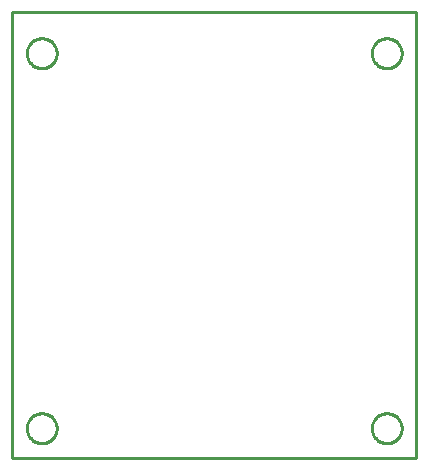
<source format=gbr>
G04 EAGLE Gerber RS-274X export*
G75*
%MOMM*%
%FSLAX34Y34*%
%LPD*%
%IN*%
%IPPOS*%
%AMOC8*
5,1,8,0,0,1.08239X$1,22.5*%
G01*
%ADD10C,0.254000*%


D10*
X0Y0D02*
X342700Y0D01*
X342700Y377700D01*
X0Y377700D01*
X0Y0D01*
X38100Y342401D02*
X38100Y343399D01*
X38022Y344394D01*
X37866Y345380D01*
X37633Y346350D01*
X37324Y347299D01*
X36942Y348221D01*
X36489Y349110D01*
X35968Y349961D01*
X35381Y350769D01*
X34733Y351527D01*
X34027Y352233D01*
X33269Y352881D01*
X32461Y353468D01*
X31610Y353989D01*
X30721Y354442D01*
X29799Y354824D01*
X28850Y355133D01*
X27880Y355366D01*
X26894Y355522D01*
X25899Y355600D01*
X24901Y355600D01*
X23906Y355522D01*
X22920Y355366D01*
X21950Y355133D01*
X21001Y354824D01*
X20079Y354442D01*
X19190Y353989D01*
X18339Y353468D01*
X17531Y352881D01*
X16773Y352233D01*
X16067Y351527D01*
X15419Y350769D01*
X14832Y349961D01*
X14311Y349110D01*
X13858Y348221D01*
X13476Y347299D01*
X13167Y346350D01*
X12934Y345380D01*
X12778Y344394D01*
X12700Y343399D01*
X12700Y342401D01*
X12778Y341406D01*
X12934Y340420D01*
X13167Y339450D01*
X13476Y338501D01*
X13858Y337579D01*
X14311Y336690D01*
X14832Y335839D01*
X15419Y335031D01*
X16067Y334273D01*
X16773Y333567D01*
X17531Y332919D01*
X18339Y332332D01*
X19190Y331811D01*
X20079Y331358D01*
X21001Y330976D01*
X21950Y330667D01*
X22920Y330434D01*
X23906Y330278D01*
X24901Y330200D01*
X25899Y330200D01*
X26894Y330278D01*
X27880Y330434D01*
X28850Y330667D01*
X29799Y330976D01*
X30721Y331358D01*
X31610Y331811D01*
X32461Y332332D01*
X33269Y332919D01*
X34027Y333567D01*
X34733Y334273D01*
X35381Y335031D01*
X35968Y335839D01*
X36489Y336690D01*
X36942Y337579D01*
X37324Y338501D01*
X37633Y339450D01*
X37866Y340420D01*
X38022Y341406D01*
X38100Y342401D01*
X38100Y24901D02*
X38100Y25899D01*
X38022Y26894D01*
X37866Y27880D01*
X37633Y28850D01*
X37324Y29799D01*
X36942Y30721D01*
X36489Y31610D01*
X35968Y32461D01*
X35381Y33269D01*
X34733Y34027D01*
X34027Y34733D01*
X33269Y35381D01*
X32461Y35968D01*
X31610Y36489D01*
X30721Y36942D01*
X29799Y37324D01*
X28850Y37633D01*
X27880Y37866D01*
X26894Y38022D01*
X25899Y38100D01*
X24901Y38100D01*
X23906Y38022D01*
X22920Y37866D01*
X21950Y37633D01*
X21001Y37324D01*
X20079Y36942D01*
X19190Y36489D01*
X18339Y35968D01*
X17531Y35381D01*
X16773Y34733D01*
X16067Y34027D01*
X15419Y33269D01*
X14832Y32461D01*
X14311Y31610D01*
X13858Y30721D01*
X13476Y29799D01*
X13167Y28850D01*
X12934Y27880D01*
X12778Y26894D01*
X12700Y25899D01*
X12700Y24901D01*
X12778Y23906D01*
X12934Y22920D01*
X13167Y21950D01*
X13476Y21001D01*
X13858Y20079D01*
X14311Y19190D01*
X14832Y18339D01*
X15419Y17531D01*
X16067Y16773D01*
X16773Y16067D01*
X17531Y15419D01*
X18339Y14832D01*
X19190Y14311D01*
X20079Y13858D01*
X21001Y13476D01*
X21950Y13167D01*
X22920Y12934D01*
X23906Y12778D01*
X24901Y12700D01*
X25899Y12700D01*
X26894Y12778D01*
X27880Y12934D01*
X28850Y13167D01*
X29799Y13476D01*
X30721Y13858D01*
X31610Y14311D01*
X32461Y14832D01*
X33269Y15419D01*
X34027Y16067D01*
X34733Y16773D01*
X35381Y17531D01*
X35968Y18339D01*
X36489Y19190D01*
X36942Y20079D01*
X37324Y21001D01*
X37633Y21950D01*
X37866Y22920D01*
X38022Y23906D01*
X38100Y24901D01*
X330200Y24901D02*
X330200Y25899D01*
X330122Y26894D01*
X329966Y27880D01*
X329733Y28850D01*
X329424Y29799D01*
X329042Y30721D01*
X328589Y31610D01*
X328068Y32461D01*
X327481Y33269D01*
X326833Y34027D01*
X326127Y34733D01*
X325369Y35381D01*
X324561Y35968D01*
X323710Y36489D01*
X322821Y36942D01*
X321899Y37324D01*
X320950Y37633D01*
X319980Y37866D01*
X318994Y38022D01*
X317999Y38100D01*
X317001Y38100D01*
X316006Y38022D01*
X315020Y37866D01*
X314050Y37633D01*
X313101Y37324D01*
X312179Y36942D01*
X311290Y36489D01*
X310439Y35968D01*
X309631Y35381D01*
X308873Y34733D01*
X308167Y34027D01*
X307519Y33269D01*
X306932Y32461D01*
X306411Y31610D01*
X305958Y30721D01*
X305576Y29799D01*
X305267Y28850D01*
X305034Y27880D01*
X304878Y26894D01*
X304800Y25899D01*
X304800Y24901D01*
X304878Y23906D01*
X305034Y22920D01*
X305267Y21950D01*
X305576Y21001D01*
X305958Y20079D01*
X306411Y19190D01*
X306932Y18339D01*
X307519Y17531D01*
X308167Y16773D01*
X308873Y16067D01*
X309631Y15419D01*
X310439Y14832D01*
X311290Y14311D01*
X312179Y13858D01*
X313101Y13476D01*
X314050Y13167D01*
X315020Y12934D01*
X316006Y12778D01*
X317001Y12700D01*
X317999Y12700D01*
X318994Y12778D01*
X319980Y12934D01*
X320950Y13167D01*
X321899Y13476D01*
X322821Y13858D01*
X323710Y14311D01*
X324561Y14832D01*
X325369Y15419D01*
X326127Y16067D01*
X326833Y16773D01*
X327481Y17531D01*
X328068Y18339D01*
X328589Y19190D01*
X329042Y20079D01*
X329424Y21001D01*
X329733Y21950D01*
X329966Y22920D01*
X330122Y23906D01*
X330200Y24901D01*
X330200Y342401D02*
X330200Y343399D01*
X330122Y344394D01*
X329966Y345380D01*
X329733Y346350D01*
X329424Y347299D01*
X329042Y348221D01*
X328589Y349110D01*
X328068Y349961D01*
X327481Y350769D01*
X326833Y351527D01*
X326127Y352233D01*
X325369Y352881D01*
X324561Y353468D01*
X323710Y353989D01*
X322821Y354442D01*
X321899Y354824D01*
X320950Y355133D01*
X319980Y355366D01*
X318994Y355522D01*
X317999Y355600D01*
X317001Y355600D01*
X316006Y355522D01*
X315020Y355366D01*
X314050Y355133D01*
X313101Y354824D01*
X312179Y354442D01*
X311290Y353989D01*
X310439Y353468D01*
X309631Y352881D01*
X308873Y352233D01*
X308167Y351527D01*
X307519Y350769D01*
X306932Y349961D01*
X306411Y349110D01*
X305958Y348221D01*
X305576Y347299D01*
X305267Y346350D01*
X305034Y345380D01*
X304878Y344394D01*
X304800Y343399D01*
X304800Y342401D01*
X304878Y341406D01*
X305034Y340420D01*
X305267Y339450D01*
X305576Y338501D01*
X305958Y337579D01*
X306411Y336690D01*
X306932Y335839D01*
X307519Y335031D01*
X308167Y334273D01*
X308873Y333567D01*
X309631Y332919D01*
X310439Y332332D01*
X311290Y331811D01*
X312179Y331358D01*
X313101Y330976D01*
X314050Y330667D01*
X315020Y330434D01*
X316006Y330278D01*
X317001Y330200D01*
X317999Y330200D01*
X318994Y330278D01*
X319980Y330434D01*
X320950Y330667D01*
X321899Y330976D01*
X322821Y331358D01*
X323710Y331811D01*
X324561Y332332D01*
X325369Y332919D01*
X326127Y333567D01*
X326833Y334273D01*
X327481Y335031D01*
X328068Y335839D01*
X328589Y336690D01*
X329042Y337579D01*
X329424Y338501D01*
X329733Y339450D01*
X329966Y340420D01*
X330122Y341406D01*
X330200Y342401D01*
M02*

</source>
